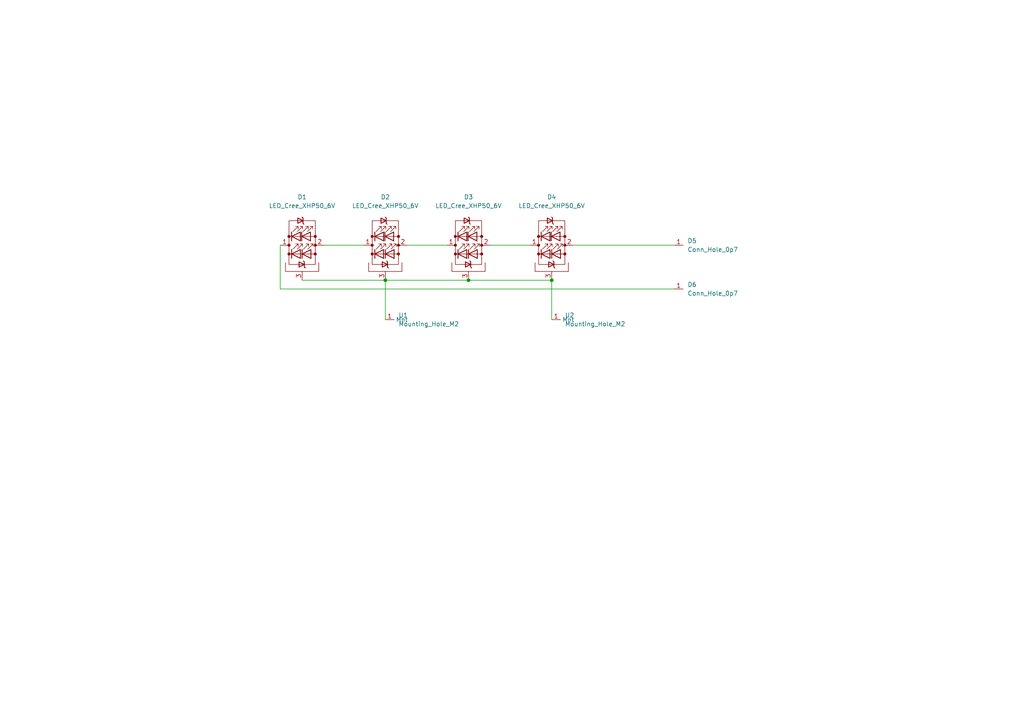
<source format=kicad_sch>
(kicad_sch (version 20211123) (generator eeschema)
  (paper "A4")
  (lib_symbols
    (symbol "Conn_Hole_0p7_1"
      (property "Reference" "D" (at 0 0 0))
      (property "Value" "Conn_Hole_0p7_1" (at -2.54 2.54 0))
      (symbol "Conn_Hole_0p7_1_1_1"
        (pin input line (at -2.54 0 0) (length 2.54) (name "") (number "1"))
      )
    )
    (symbol "Conn_Hole_0p7_2"
      (property "Reference" "D" (at 0 0 0))
      (property "Value" "Conn_Hole_0p7_2" (at -2.54 2.54 0))
      (symbol "Conn_Hole_0p7_2_1_1"
        (pin input line (at -2.54 0 0) (length 2.54) (name "") (number "1"))
      )
    )
    (symbol "LED:LED_Cree_XHP50_6V" (pin_names (offset 1.016) hide)
      (property "Reference" "D" (at 0 11.43 0))
      (property "Value" "LED_Cree_XHP50_6V" (at 0 9.525 0))
      (symbol "LED_Cree_XHP50_6V_0_1"
        (circle (center -3.81 -2.54) (radius 0.3556) (fill (type outline)))
        (circle (center -3.81 0) (radius 0.3556) (fill (type outline)))
        (circle (center -3.81 2.54) (radius 0.3556) (fill (type outline)))
        (polyline (pts (xy -3.81 -2.54) (xy 3.81 -2.54)))
        (polyline (pts (xy -3.048 -3.81) (xy -3.048 -1.27)) (stroke (width 0.254)))
        (polyline (pts (xy -3.048 1.27) (xy -3.048 3.81)) (stroke (width 0.254)))
        (polyline (pts (xy -0.127 1.27) (xy -0.127 3.81)) (stroke (width 0.254)))
        (polyline (pts (xy 0 -3.81) (xy 0 -1.27)) (stroke (width 0.254)))
        (polyline (pts (xy 3.81 2.54) (xy -3.81 2.54)))
        (polyline (pts (xy -4.826 -5.08) (xy -4.826 -7.62) (xy 4.826 -7.62) (xy 4.826 -5.08)))
        (polyline (pts (xy -0.508 -3.81) (xy -0.508 -1.27) (xy -3.048 -2.54) (xy -0.508 -3.81)) (stroke (width 0.254)))
        (polyline (pts (xy -0.508 1.27) (xy -0.508 3.81) (xy -3.048 2.54) (xy -0.508 1.27)) (stroke (width 0.254)))
        (polyline (pts (xy 0.508 6.096) (xy 0.254 6.35) (xy 0.254 7.874) (xy 0 8.128)) (stroke (width 0.254)))
        (polyline (pts (xy 0.889 -6.604) (xy 0.635 -6.35) (xy 0.635 -4.826) (xy 0.381 -4.572)) (stroke (width 0.254)))
        (polyline (pts (xy 2.413 1.27) (xy 2.413 3.81) (xy -0.127 2.54) (xy 2.413 1.27)) (stroke (width 0.254)))
        (polyline (pts (xy 2.54 -3.81) (xy 2.54 -1.27) (xy 0 -2.54) (xy 2.54 -3.81)) (stroke (width 0.254)))
        (polyline (pts (xy -3.81 -5.588) (xy -3.81 7.112) (xy 3.81 7.112) (xy 3.81 -5.588) (xy -3.81 -5.588)))
        (polyline (pts (xy -2.667 -1.143) (xy -1.143 0.381) (xy -1.905 0.381) (xy -1.143 0.381) (xy -1.143 -0.381)))
        (polyline (pts (xy -2.667 3.937) (xy -1.143 5.461) (xy -1.905 5.461) (xy -1.143 5.461) (xy -1.143 4.699)))
        (polyline (pts (xy -1.397 -1.143) (xy 0.127 0.381) (xy -0.635 0.381) (xy 0.127 0.381) (xy 0.127 -0.381)))
        (polyline (pts (xy -1.397 3.937) (xy 0.127 5.461) (xy -0.635 5.461) (xy 0.127 5.461) (xy 0.127 4.699)))
        (polyline (pts (xy -1.27 6.35) (xy -1.27 7.874) (xy 0.254 7.112) (xy -1.27 6.35) (xy -1.27 6.604)) (stroke (width 0.254)))
        (polyline (pts (xy -0.889 -6.35) (xy -0.889 -4.826) (xy 0.635 -5.588) (xy -0.889 -6.35) (xy -0.889 -6.096)) (stroke (width 0.254)))
        (polyline (pts (xy 0.254 3.937) (xy 1.778 5.461) (xy 1.016 5.461) (xy 1.778 5.461) (xy 1.778 4.699)))
        (polyline (pts (xy 0.381 -1.143) (xy 1.905 0.381) (xy 1.143 0.381) (xy 1.905 0.381) (xy 1.905 -0.381)))
        (polyline (pts (xy 1.524 3.937) (xy 3.048 5.461) (xy 2.286 5.461) (xy 3.048 5.461) (xy 3.048 4.699)))
        (polyline (pts (xy 1.651 -1.143) (xy 3.175 0.381) (xy 2.413 0.381) (xy 3.175 0.381) (xy 3.175 -0.381)))
        (circle (center 3.81 -2.54) (radius 0.3556) (fill (type outline)))
        (circle (center 3.81 0) (radius 0.3556) (fill (type outline)))
        (circle (center 3.81 2.54) (radius 0.3556) (fill (type outline)))
      )
      (symbol "LED_Cree_XHP50_6V_1_1"
        (pin passive line (at -6.35 0 0) (length 2.54) (name "K") (number "1"))
        (pin passive line (at 6.35 0 180) (length 2.54) (name "A") (number "2"))
        (pin passive line (at 0 -10.16 90) (length 2.54) (name "PAD") (number "3"))
      )
    )
    (symbol "Mounting_Holes:Mounting_Hole_M2"
      (property "Reference" "U" (at 0 -1.27 0))
      (property "Value" "Mounting_Hole_M2" (at 0 2.54 0))
      (symbol "Mounting_Hole_M2_1_1"
        (pin input line (at -2.54 0 0) (length 2.54) (name "Mnt") (number "1"))
      )
    )
  )
  (junction (at 111.76 81.28))
  (junction (at 160.02 81.28))
  (junction (at 135.89 81.28))
  (wire (pts (xy 118.11 71.12) (xy 129.54 71.12)))
  (wire (pts (xy 111.76 81.28) (xy 111.76 92.71)))
  (wire (pts (xy 87.63 81.28) (xy 111.76 81.28)))
  (wire (pts (xy 135.89 81.28) (xy 160.02 81.28)))
  (wire (pts (xy 81.28 83.82) (xy 195.58 83.82)))
  (wire (pts (xy 142.24 71.12) (xy 153.67 71.12)))
  (wire (pts (xy 93.98 71.12) (xy 105.41 71.12)))
  (wire (pts (xy 111.76 81.28) (xy 135.89 81.28)))
  (wire (pts (xy 166.37 71.12) (xy 195.58 71.12)))
  (wire (pts (xy 160.02 81.28) (xy 160.02 92.71)))
  (wire (pts (xy 81.28 71.12) (xy 81.28 83.82)))
  (symbol (lib_id "LED:LED_Cree_XHP50_6V") (at 87.63 71.12 0) (unit 1)
    (property "Reference" "D1" (at 87.63 57.15 0))
    (property "Value" "LED_Cree_XHP50_6V" (at 87.63 59.69 0))
    (property "Footprint" "KiCad_Libraries:LED_Cree-XHP35" (effects hide))
    (property "Datasheet" "http://www.cree.com/%7E/media/Files/Cree/LED%20Components%20and%20Modules/XLamp/Data%20and%20Binning/ds%20XHP50.pdf" (effects hide))
  )
  (symbol (lib_id "LED:LED_Cree_XHP50_6V") (at 111.76 71.12 0) (unit 1)
    (property "Reference" "D2" (at 111.76 57.15 0))
    (property "Value" "LED_Cree_XHP50_6V" (at 111.76 59.69 0))
    (property "Footprint" "KiCad_Libraries:LED_Cree-XHP35" (effects hide))
    (property "Datasheet" "http://www.cree.com/%7E/media/Files/Cree/LED%20Components%20and%20Modules/XLamp/Data%20and%20Binning/ds%20XHP50.pdf" (effects hide))
  )
  (symbol (lib_id "Mounting_Holes:Mounting_Hole_M2") (at 114.3 92.71 0) (unit 1)
    (property "Reference" "U1" (at 115.57 91.4399 0) (effects (justify left)))
    (property "Value" "Mounting_Hole_M2" (at 115.57 93.9799 0) (effects (justify left)))
    (property "Footprint" "mount_holes:Hole_screw_M2" (effects hide))
  )
  (symbol (lib_id "LED:LED_Cree_XHP50_6V") (at 135.89 71.12 0) (unit 1)
    (property "Reference" "D3" (at 135.89 57.15 0))
    (property "Value" "LED_Cree_XHP50_6V" (at 135.89 59.69 0))
    (property "Footprint" "KiCad_Libraries:LED_Cree-XHP35" (effects hide))
    (property "Datasheet" "http://www.cree.com/%7E/media/Files/Cree/LED%20Components%20and%20Modules/XLamp/Data%20and%20Binning/ds%20XHP50.pdf" (effects hide))
  )
  (symbol (lib_name "Conn_Hole_0p7_2") (lib_id "Connectors_for_Wire:Conn_Hole_0p7") (at 198.12 83.82 0) (unit 1)
    (property "Reference" "D6" (at 199.39 82.5499 0) (effects (justify left)))
    (property "Value" "Conn_Hole_0p7" (at 199.39 85.0899 0) (effects (justify left)))
    (property "Footprint" "Wire_holes:WireHole_0p7" (effects hide))
  )
  (symbol (lib_id "LED:LED_Cree_XHP50_6V") (at 160.02 71.12 0) (unit 1)
    (property "Reference" "D4" (at 160.02 57.15 0))
    (property "Value" "LED_Cree_XHP50_6V" (at 160.02 59.69 0))
    (property "Footprint" "KiCad_Libraries:LED_Cree-XHP35" (effects hide))
    (property "Datasheet" "http://www.cree.com/%7E/media/Files/Cree/LED%20Components%20and%20Modules/XLamp/Data%20and%20Binning/ds%20XHP50.pdf" (effects hide))
  )
  (symbol (lib_id "Mounting_Holes:Mounting_Hole_M2") (at 162.56 92.71 0) (unit 1)
    (property "Reference" "U2" (at 163.83 91.4399 0) (effects (justify left)))
    (property "Value" "Mounting_Hole_M2" (at 163.83 93.9799 0) (effects (justify left)))
    (property "Footprint" "mount_holes:Hole_screw_M2" (effects hide))
  )
  (symbol (lib_name "Conn_Hole_0p7_1") (lib_id "Connectors_for_Wire:Conn_Hole_0p7") (at 198.12 71.12 0) (unit 1)
    (property "Reference" "D5" (at 199.39 69.8499 0) (effects (justify left)))
    (property "Value" "Conn_Hole_0p7" (at 199.39 72.3899 0) (effects (justify left)))
    (property "Footprint" "Wire_holes:WireHole_0p7" (effects hide))
  )
)
</source>
